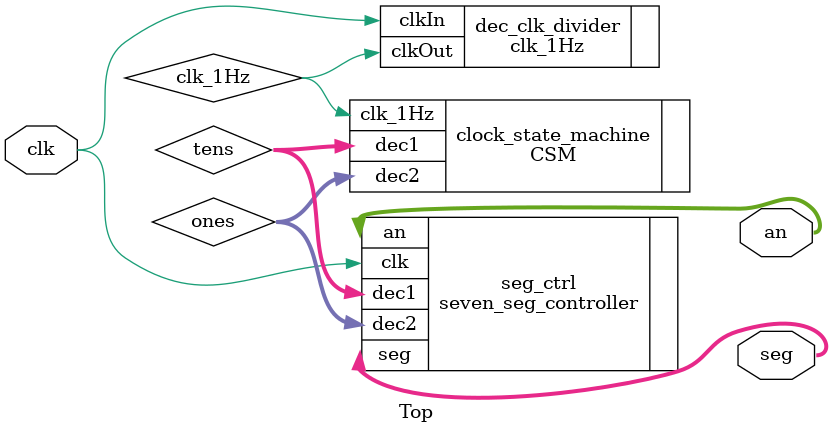
<source format=v>
`timescale 1ns / 1ps


module Top(
    input clk,
    output [6:0] seg,
    output [3:0] an
);
    wire [3:0] tens, ones;
    wire clk_1Hz;
    
    seven_seg_controller seg_ctrl (.clk(clk), .dec1(tens), .dec2(ones), .an(an), .seg(seg));
    CSM clock_state_machine(.clk_1Hz(clk_1Hz), .dec1(tens), .dec2(ones));
    clk_1Hz dec_clk_divider(.clkIn(clk), .clkOut(clk_1Hz));
    
    
endmodule

</source>
